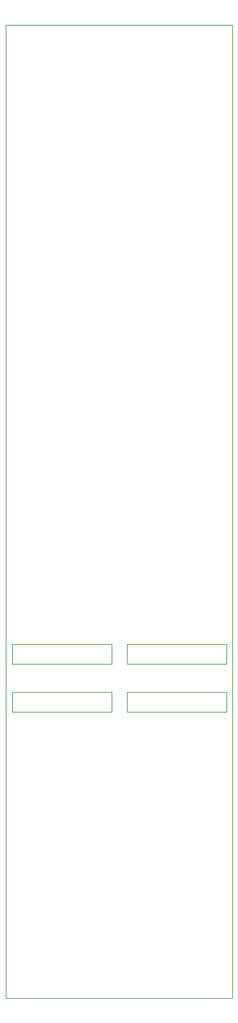
<source format=gbr>
%TF.GenerationSoftware,KiCad,Pcbnew,(6.0.0-0)*%
%TF.CreationDate,2022-01-16T08:25:24+00:00*%
%TF.ProjectId,curly-memory-face-plate,6375726c-792d-46d6-956d-6f72792d6661,rev?*%
%TF.SameCoordinates,Original*%
%TF.FileFunction,Profile,NP*%
%FSLAX46Y46*%
G04 Gerber Fmt 4.6, Leading zero omitted, Abs format (unit mm)*
G04 Created by KiCad (PCBNEW (6.0.0-0)) date 2022-01-16 08:25:24*
%MOMM*%
%LPD*%
G01*
G04 APERTURE LIST*
%TA.AperFunction,Profile*%
%ADD10C,0.100000*%
%TD*%
%TA.AperFunction,Profile*%
%ADD11C,0.120000*%
%TD*%
G04 APERTURE END LIST*
D10*
X0Y14500000D02*
X0Y-114500000D01*
X0Y14500000D02*
X30000000Y14500000D01*
X30000000Y14500000D02*
X30000000Y-114500000D01*
X0Y-114500000D02*
X30000000Y-114500000D01*
D11*
%TO.C,P2*%
X13980000Y-67580000D02*
X13980000Y-70220000D01*
X780000Y-67580000D02*
X13980000Y-67580000D01*
X780000Y-67580000D02*
X780000Y-70220000D01*
X780000Y-70220000D02*
X13980000Y-70220000D01*
%TO.C,P3*%
X780000Y-76520000D02*
X13980000Y-76520000D01*
X780000Y-73880000D02*
X780000Y-76520000D01*
X780000Y-73880000D02*
X13980000Y-73880000D01*
X13980000Y-73880000D02*
X13980000Y-76520000D01*
%TO.C,P1*%
X16020000Y-70220000D02*
X29220000Y-70220000D01*
X29220000Y-67580000D02*
X29220000Y-70220000D01*
X16020000Y-67580000D02*
X16020000Y-70220000D01*
X16020000Y-67580000D02*
X29220000Y-67580000D01*
%TO.C,P4*%
X16020000Y-73880000D02*
X16020000Y-76520000D01*
X16020000Y-76520000D02*
X29220000Y-76520000D01*
X16020000Y-73880000D02*
X29220000Y-73880000D01*
X29220000Y-73880000D02*
X29220000Y-76520000D01*
%TD*%
M02*

</source>
